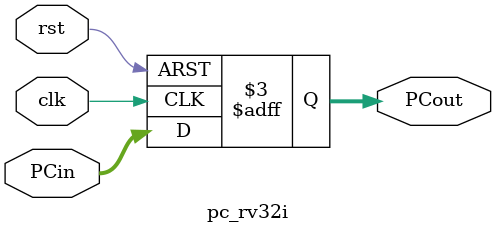
<source format=v>

module pc_rv32i(
    input wire [31:0] PCin,
    input wire rst,
    input wire clk,
    output reg [31:0] PCout
);

    always @(posedge clk or negedge rst) begin
        if (!rst)
            PCout <= 32'h0000_0000;
        else
            PCout <= PCin;
    end

endmodule
</source>
